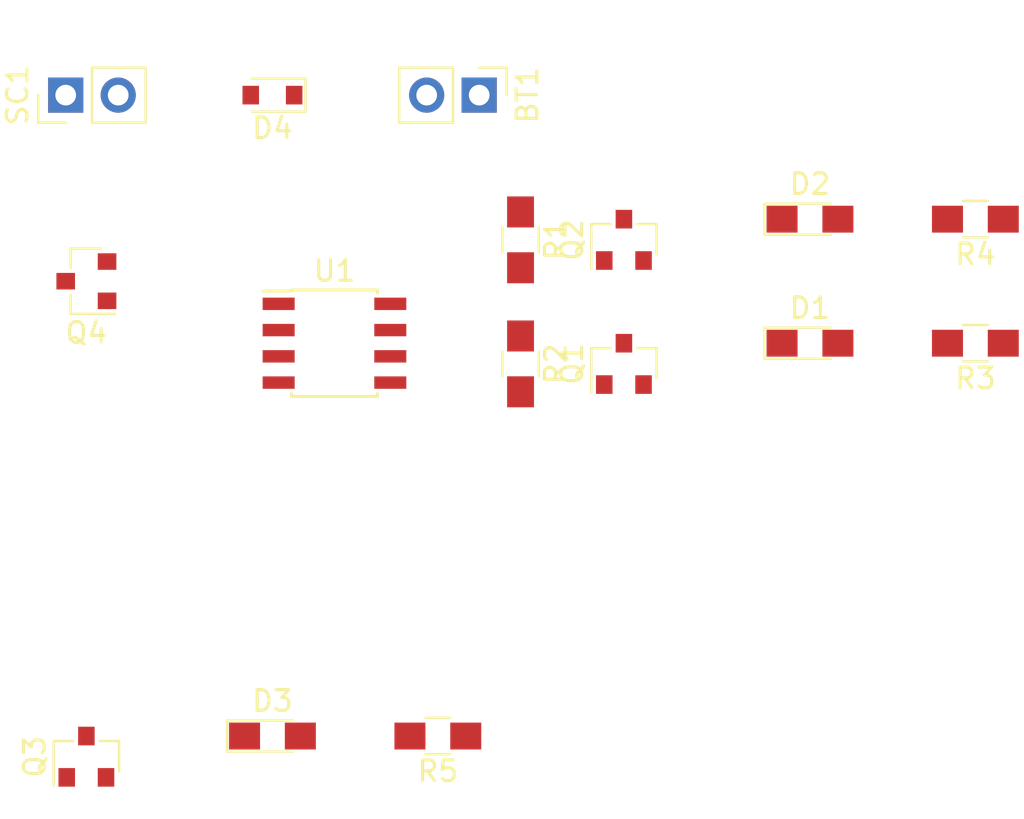
<source format=kicad_pcb>
(kicad_pcb (version 4) (host pcbnew 4.0.7)

  (general
    (links 26)
    (no_connects 26)
    (area 0 0 0 0)
    (thickness 1.6)
    (drawings 0)
    (tracks 0)
    (zones 0)
    (modules 16)
    (nets 14)
  )

  (page A4)
  (layers
    (0 F.Cu signal)
    (31 B.Cu signal)
    (32 B.Adhes user)
    (33 F.Adhes user)
    (34 B.Paste user)
    (35 F.Paste user)
    (36 B.SilkS user)
    (37 F.SilkS user)
    (38 B.Mask user)
    (39 F.Mask user)
    (40 Dwgs.User user)
    (41 Cmts.User user)
    (42 Eco1.User user)
    (43 Eco2.User user)
    (44 Edge.Cuts user)
    (45 Margin user)
    (46 B.CrtYd user)
    (47 F.CrtYd user)
    (48 B.Fab user)
    (49 F.Fab user)
  )

  (setup
    (last_trace_width 0.25)
    (trace_clearance 0.2)
    (zone_clearance 0.508)
    (zone_45_only no)
    (trace_min 0.2)
    (segment_width 0.2)
    (edge_width 0.15)
    (via_size 0.6)
    (via_drill 0.4)
    (via_min_size 0.4)
    (via_min_drill 0.3)
    (uvia_size 0.3)
    (uvia_drill 0.1)
    (uvias_allowed no)
    (uvia_min_size 0.2)
    (uvia_min_drill 0.1)
    (pcb_text_width 0.3)
    (pcb_text_size 1.5 1.5)
    (mod_edge_width 0.15)
    (mod_text_size 1 1)
    (mod_text_width 0.15)
    (pad_size 1.524 1.524)
    (pad_drill 0.762)
    (pad_to_mask_clearance 0.2)
    (aux_axis_origin 0 0)
    (visible_elements FFFFFF7F)
    (pcbplotparams
      (layerselection 0x00030_80000001)
      (usegerberextensions false)
      (excludeedgelayer true)
      (linewidth 0.100000)
      (plotframeref false)
      (viasonmask false)
      (mode 1)
      (useauxorigin false)
      (hpglpennumber 1)
      (hpglpenspeed 20)
      (hpglpendiameter 15)
      (hpglpenoverlay 2)
      (psnegative false)
      (psa4output false)
      (plotreference true)
      (plotvalue true)
      (plotinvisibletext false)
      (padsonsilk false)
      (subtractmaskfromsilk false)
      (outputformat 1)
      (mirror false)
      (drillshape 1)
      (scaleselection 1)
      (outputdirectory ""))
  )

  (net 0 "")
  (net 1 "Net-(D1-Pad1)")
  (net 2 "Net-(D1-Pad2)")
  (net 3 "Net-(D2-Pad1)")
  (net 4 "Net-(D2-Pad2)")
  (net 5 "Net-(D3-Pad1)")
  (net 6 "Net-(D3-Pad2)")
  (net 7 +BATT)
  (net 8 "Net-(D4-Pad2)")
  (net 9 /LEDA)
  (net 10 GND)
  (net 11 /LEDB)
  (net 12 /~SOLAR)
  (net 13 /VBatt_Divider)

  (net_class Default "This is the default net class."
    (clearance 0.2)
    (trace_width 0.25)
    (via_dia 0.6)
    (via_drill 0.4)
    (uvia_dia 0.3)
    (uvia_drill 0.1)
    (add_net +BATT)
    (add_net /LEDA)
    (add_net /LEDB)
    (add_net /VBatt_Divider)
    (add_net /~SOLAR)
    (add_net GND)
    (add_net "Net-(D1-Pad1)")
    (add_net "Net-(D1-Pad2)")
    (add_net "Net-(D2-Pad1)")
    (add_net "Net-(D2-Pad2)")
    (add_net "Net-(D3-Pad1)")
    (add_net "Net-(D3-Pad2)")
    (add_net "Net-(D4-Pad2)")
  )

  (module LEDs:LED_0805_HandSoldering (layer F.Cu) (tedit 595FCA25) (tstamp 5AC3ED84)
    (at 170 118)
    (descr "Resistor SMD 0805, hand soldering")
    (tags "resistor 0805")
    (path /5AC18C5F)
    (attr smd)
    (fp_text reference D1 (at 0 -1.7) (layer F.SilkS)
      (effects (font (size 1 1) (thickness 0.15)))
    )
    (fp_text value LED (at 0 1.75) (layer F.Fab)
      (effects (font (size 1 1) (thickness 0.15)))
    )
    (fp_line (start -0.4 -0.4) (end -0.4 0.4) (layer F.Fab) (width 0.1))
    (fp_line (start -0.4 0) (end 0.2 -0.4) (layer F.Fab) (width 0.1))
    (fp_line (start 0.2 0.4) (end -0.4 0) (layer F.Fab) (width 0.1))
    (fp_line (start 0.2 -0.4) (end 0.2 0.4) (layer F.Fab) (width 0.1))
    (fp_line (start -1 0.62) (end -1 -0.62) (layer F.Fab) (width 0.1))
    (fp_line (start 1 0.62) (end -1 0.62) (layer F.Fab) (width 0.1))
    (fp_line (start 1 -0.62) (end 1 0.62) (layer F.Fab) (width 0.1))
    (fp_line (start -1 -0.62) (end 1 -0.62) (layer F.Fab) (width 0.1))
    (fp_line (start 1 0.75) (end -2.2 0.75) (layer F.SilkS) (width 0.12))
    (fp_line (start -2.2 -0.75) (end 1 -0.75) (layer F.SilkS) (width 0.12))
    (fp_line (start -2.35 -0.9) (end 2.35 -0.9) (layer F.CrtYd) (width 0.05))
    (fp_line (start -2.35 -0.9) (end -2.35 0.9) (layer F.CrtYd) (width 0.05))
    (fp_line (start 2.35 0.9) (end 2.35 -0.9) (layer F.CrtYd) (width 0.05))
    (fp_line (start 2.35 0.9) (end -2.35 0.9) (layer F.CrtYd) (width 0.05))
    (fp_line (start -2.2 -0.75) (end -2.2 0.75) (layer F.SilkS) (width 0.12))
    (pad 1 smd rect (at -1.35 0) (size 1.5 1.3) (layers F.Cu F.Paste F.Mask)
      (net 1 "Net-(D1-Pad1)"))
    (pad 2 smd rect (at 1.35 0) (size 1.5 1.3) (layers F.Cu F.Paste F.Mask)
      (net 2 "Net-(D1-Pad2)"))
    (model ${KISYS3DMOD}/LEDs.3dshapes/LED_0805.wrl
      (at (xyz 0 0 0))
      (scale (xyz 1 1 1))
      (rotate (xyz 0 0 0))
    )
  )

  (module LEDs:LED_0805_HandSoldering (layer F.Cu) (tedit 595FCA25) (tstamp 5AC3ED8A)
    (at 170 112)
    (descr "Resistor SMD 0805, hand soldering")
    (tags "resistor 0805")
    (path /5AC18CB2)
    (attr smd)
    (fp_text reference D2 (at 0 -1.7) (layer F.SilkS)
      (effects (font (size 1 1) (thickness 0.15)))
    )
    (fp_text value LED (at 0 1.75) (layer F.Fab)
      (effects (font (size 1 1) (thickness 0.15)))
    )
    (fp_line (start -0.4 -0.4) (end -0.4 0.4) (layer F.Fab) (width 0.1))
    (fp_line (start -0.4 0) (end 0.2 -0.4) (layer F.Fab) (width 0.1))
    (fp_line (start 0.2 0.4) (end -0.4 0) (layer F.Fab) (width 0.1))
    (fp_line (start 0.2 -0.4) (end 0.2 0.4) (layer F.Fab) (width 0.1))
    (fp_line (start -1 0.62) (end -1 -0.62) (layer F.Fab) (width 0.1))
    (fp_line (start 1 0.62) (end -1 0.62) (layer F.Fab) (width 0.1))
    (fp_line (start 1 -0.62) (end 1 0.62) (layer F.Fab) (width 0.1))
    (fp_line (start -1 -0.62) (end 1 -0.62) (layer F.Fab) (width 0.1))
    (fp_line (start 1 0.75) (end -2.2 0.75) (layer F.SilkS) (width 0.12))
    (fp_line (start -2.2 -0.75) (end 1 -0.75) (layer F.SilkS) (width 0.12))
    (fp_line (start -2.35 -0.9) (end 2.35 -0.9) (layer F.CrtYd) (width 0.05))
    (fp_line (start -2.35 -0.9) (end -2.35 0.9) (layer F.CrtYd) (width 0.05))
    (fp_line (start 2.35 0.9) (end 2.35 -0.9) (layer F.CrtYd) (width 0.05))
    (fp_line (start 2.35 0.9) (end -2.35 0.9) (layer F.CrtYd) (width 0.05))
    (fp_line (start -2.2 -0.75) (end -2.2 0.75) (layer F.SilkS) (width 0.12))
    (pad 1 smd rect (at -1.35 0) (size 1.5 1.3) (layers F.Cu F.Paste F.Mask)
      (net 3 "Net-(D2-Pad1)"))
    (pad 2 smd rect (at 1.35 0) (size 1.5 1.3) (layers F.Cu F.Paste F.Mask)
      (net 4 "Net-(D2-Pad2)"))
    (model ${KISYS3DMOD}/LEDs.3dshapes/LED_0805.wrl
      (at (xyz 0 0 0))
      (scale (xyz 1 1 1))
      (rotate (xyz 0 0 0))
    )
  )

  (module LEDs:LED_0805_HandSoldering (layer F.Cu) (tedit 595FCA25) (tstamp 5AC3ED90)
    (at 144 137)
    (descr "Resistor SMD 0805, hand soldering")
    (tags "resistor 0805")
    (path /5AC3EE53)
    (attr smd)
    (fp_text reference D3 (at 0 -1.7) (layer F.SilkS)
      (effects (font (size 1 1) (thickness 0.15)))
    )
    (fp_text value LED (at 0 1.75) (layer F.Fab)
      (effects (font (size 1 1) (thickness 0.15)))
    )
    (fp_line (start -0.4 -0.4) (end -0.4 0.4) (layer F.Fab) (width 0.1))
    (fp_line (start -0.4 0) (end 0.2 -0.4) (layer F.Fab) (width 0.1))
    (fp_line (start 0.2 0.4) (end -0.4 0) (layer F.Fab) (width 0.1))
    (fp_line (start 0.2 -0.4) (end 0.2 0.4) (layer F.Fab) (width 0.1))
    (fp_line (start -1 0.62) (end -1 -0.62) (layer F.Fab) (width 0.1))
    (fp_line (start 1 0.62) (end -1 0.62) (layer F.Fab) (width 0.1))
    (fp_line (start 1 -0.62) (end 1 0.62) (layer F.Fab) (width 0.1))
    (fp_line (start -1 -0.62) (end 1 -0.62) (layer F.Fab) (width 0.1))
    (fp_line (start 1 0.75) (end -2.2 0.75) (layer F.SilkS) (width 0.12))
    (fp_line (start -2.2 -0.75) (end 1 -0.75) (layer F.SilkS) (width 0.12))
    (fp_line (start -2.35 -0.9) (end 2.35 -0.9) (layer F.CrtYd) (width 0.05))
    (fp_line (start -2.35 -0.9) (end -2.35 0.9) (layer F.CrtYd) (width 0.05))
    (fp_line (start 2.35 0.9) (end 2.35 -0.9) (layer F.CrtYd) (width 0.05))
    (fp_line (start 2.35 0.9) (end -2.35 0.9) (layer F.CrtYd) (width 0.05))
    (fp_line (start -2.2 -0.75) (end -2.2 0.75) (layer F.SilkS) (width 0.12))
    (pad 1 smd rect (at -1.35 0) (size 1.5 1.3) (layers F.Cu F.Paste F.Mask)
      (net 5 "Net-(D3-Pad1)"))
    (pad 2 smd rect (at 1.35 0) (size 1.5 1.3) (layers F.Cu F.Paste F.Mask)
      (net 6 "Net-(D3-Pad2)"))
    (model ${KISYS3DMOD}/LEDs.3dshapes/LED_0805.wrl
      (at (xyz 0 0 0))
      (scale (xyz 1 1 1))
      (rotate (xyz 0 0 0))
    )
  )

  (module Diodes_SMD:D_0805 (layer F.Cu) (tedit 590CE9A4) (tstamp 5AC3ED96)
    (at 144 106 180)
    (descr "Diode SMD in 0805 package http://datasheets.avx.com/schottky.pdf")
    (tags "smd diode")
    (path /5AC3F957)
    (attr smd)
    (fp_text reference D4 (at 0 -1.6 180) (layer F.SilkS)
      (effects (font (size 1 1) (thickness 0.15)))
    )
    (fp_text value D (at 0 1.7 180) (layer F.Fab)
      (effects (font (size 1 1) (thickness 0.15)))
    )
    (fp_text user %R (at 0 -1.6 180) (layer F.Fab)
      (effects (font (size 1 1) (thickness 0.15)))
    )
    (fp_line (start -1.6 -0.8) (end -1.6 0.8) (layer F.SilkS) (width 0.12))
    (fp_line (start -1.7 0.88) (end -1.7 -0.88) (layer F.CrtYd) (width 0.05))
    (fp_line (start 1.7 0.88) (end -1.7 0.88) (layer F.CrtYd) (width 0.05))
    (fp_line (start 1.7 -0.88) (end 1.7 0.88) (layer F.CrtYd) (width 0.05))
    (fp_line (start -1.7 -0.88) (end 1.7 -0.88) (layer F.CrtYd) (width 0.05))
    (fp_line (start 0.2 0) (end 0.4 0) (layer F.Fab) (width 0.1))
    (fp_line (start -0.1 0) (end -0.3 0) (layer F.Fab) (width 0.1))
    (fp_line (start -0.1 -0.2) (end -0.1 0.2) (layer F.Fab) (width 0.1))
    (fp_line (start 0.2 0.2) (end 0.2 -0.2) (layer F.Fab) (width 0.1))
    (fp_line (start -0.1 0) (end 0.2 0.2) (layer F.Fab) (width 0.1))
    (fp_line (start 0.2 -0.2) (end -0.1 0) (layer F.Fab) (width 0.1))
    (fp_line (start -1 0.65) (end -1 -0.65) (layer F.Fab) (width 0.1))
    (fp_line (start 1 0.65) (end -1 0.65) (layer F.Fab) (width 0.1))
    (fp_line (start 1 -0.65) (end 1 0.65) (layer F.Fab) (width 0.1))
    (fp_line (start -1 -0.65) (end 1 -0.65) (layer F.Fab) (width 0.1))
    (fp_line (start -1.6 0.8) (end 1 0.8) (layer F.SilkS) (width 0.12))
    (fp_line (start -1.6 -0.8) (end 1 -0.8) (layer F.SilkS) (width 0.12))
    (pad 1 smd rect (at -1.05 0 180) (size 0.8 0.9) (layers F.Cu F.Paste F.Mask)
      (net 7 +BATT))
    (pad 2 smd rect (at 1.05 0 180) (size 0.8 0.9) (layers F.Cu F.Paste F.Mask)
      (net 8 "Net-(D4-Pad2)"))
    (model ${KISYS3DMOD}/Diodes_SMD.3dshapes/D_0805.wrl
      (at (xyz 0 0 0))
      (scale (xyz 1 1 1))
      (rotate (xyz 0 0 0))
    )
  )

  (module TO_SOT_Packages_SMD:SOT-23 (layer F.Cu) (tedit 58CE4E7E) (tstamp 5AC3ED9D)
    (at 161 119 90)
    (descr "SOT-23, Standard")
    (tags SOT-23)
    (path /5AC18DC4)
    (attr smd)
    (fp_text reference Q1 (at 0 -2.5 90) (layer F.SilkS)
      (effects (font (size 1 1) (thickness 0.15)))
    )
    (fp_text value 2N7002 (at 0 2.5 90) (layer F.Fab)
      (effects (font (size 1 1) (thickness 0.15)))
    )
    (fp_text user %R (at 0 0 180) (layer F.Fab)
      (effects (font (size 0.5 0.5) (thickness 0.075)))
    )
    (fp_line (start -0.7 -0.95) (end -0.7 1.5) (layer F.Fab) (width 0.1))
    (fp_line (start -0.15 -1.52) (end 0.7 -1.52) (layer F.Fab) (width 0.1))
    (fp_line (start -0.7 -0.95) (end -0.15 -1.52) (layer F.Fab) (width 0.1))
    (fp_line (start 0.7 -1.52) (end 0.7 1.52) (layer F.Fab) (width 0.1))
    (fp_line (start -0.7 1.52) (end 0.7 1.52) (layer F.Fab) (width 0.1))
    (fp_line (start 0.76 1.58) (end 0.76 0.65) (layer F.SilkS) (width 0.12))
    (fp_line (start 0.76 -1.58) (end 0.76 -0.65) (layer F.SilkS) (width 0.12))
    (fp_line (start -1.7 -1.75) (end 1.7 -1.75) (layer F.CrtYd) (width 0.05))
    (fp_line (start 1.7 -1.75) (end 1.7 1.75) (layer F.CrtYd) (width 0.05))
    (fp_line (start 1.7 1.75) (end -1.7 1.75) (layer F.CrtYd) (width 0.05))
    (fp_line (start -1.7 1.75) (end -1.7 -1.75) (layer F.CrtYd) (width 0.05))
    (fp_line (start 0.76 -1.58) (end -1.4 -1.58) (layer F.SilkS) (width 0.12))
    (fp_line (start 0.76 1.58) (end -0.7 1.58) (layer F.SilkS) (width 0.12))
    (pad 1 smd rect (at -1 -0.95 90) (size 0.9 0.8) (layers F.Cu F.Paste F.Mask)
      (net 9 /LEDA))
    (pad 2 smd rect (at -1 0.95 90) (size 0.9 0.8) (layers F.Cu F.Paste F.Mask)
      (net 10 GND))
    (pad 3 smd rect (at 1 0 90) (size 0.9 0.8) (layers F.Cu F.Paste F.Mask)
      (net 1 "Net-(D1-Pad1)"))
    (model ${KISYS3DMOD}/TO_SOT_Packages_SMD.3dshapes/SOT-23.wrl
      (at (xyz 0 0 0))
      (scale (xyz 1 1 1))
      (rotate (xyz 0 0 0))
    )
  )

  (module TO_SOT_Packages_SMD:SOT-23 (layer F.Cu) (tedit 58CE4E7E) (tstamp 5AC3EDA4)
    (at 161 113 90)
    (descr "SOT-23, Standard")
    (tags SOT-23)
    (path /5AC18CD2)
    (attr smd)
    (fp_text reference Q2 (at 0 -2.5 90) (layer F.SilkS)
      (effects (font (size 1 1) (thickness 0.15)))
    )
    (fp_text value 2N7002 (at 0 2.5 90) (layer F.Fab)
      (effects (font (size 1 1) (thickness 0.15)))
    )
    (fp_text user %R (at 0 0 180) (layer F.Fab)
      (effects (font (size 0.5 0.5) (thickness 0.075)))
    )
    (fp_line (start -0.7 -0.95) (end -0.7 1.5) (layer F.Fab) (width 0.1))
    (fp_line (start -0.15 -1.52) (end 0.7 -1.52) (layer F.Fab) (width 0.1))
    (fp_line (start -0.7 -0.95) (end -0.15 -1.52) (layer F.Fab) (width 0.1))
    (fp_line (start 0.7 -1.52) (end 0.7 1.52) (layer F.Fab) (width 0.1))
    (fp_line (start -0.7 1.52) (end 0.7 1.52) (layer F.Fab) (width 0.1))
    (fp_line (start 0.76 1.58) (end 0.76 0.65) (layer F.SilkS) (width 0.12))
    (fp_line (start 0.76 -1.58) (end 0.76 -0.65) (layer F.SilkS) (width 0.12))
    (fp_line (start -1.7 -1.75) (end 1.7 -1.75) (layer F.CrtYd) (width 0.05))
    (fp_line (start 1.7 -1.75) (end 1.7 1.75) (layer F.CrtYd) (width 0.05))
    (fp_line (start 1.7 1.75) (end -1.7 1.75) (layer F.CrtYd) (width 0.05))
    (fp_line (start -1.7 1.75) (end -1.7 -1.75) (layer F.CrtYd) (width 0.05))
    (fp_line (start 0.76 -1.58) (end -1.4 -1.58) (layer F.SilkS) (width 0.12))
    (fp_line (start 0.76 1.58) (end -0.7 1.58) (layer F.SilkS) (width 0.12))
    (pad 1 smd rect (at -1 -0.95 90) (size 0.9 0.8) (layers F.Cu F.Paste F.Mask)
      (net 11 /LEDB))
    (pad 2 smd rect (at -1 0.95 90) (size 0.9 0.8) (layers F.Cu F.Paste F.Mask)
      (net 10 GND))
    (pad 3 smd rect (at 1 0 90) (size 0.9 0.8) (layers F.Cu F.Paste F.Mask)
      (net 3 "Net-(D2-Pad1)"))
    (model ${KISYS3DMOD}/TO_SOT_Packages_SMD.3dshapes/SOT-23.wrl
      (at (xyz 0 0 0))
      (scale (xyz 1 1 1))
      (rotate (xyz 0 0 0))
    )
  )

  (module TO_SOT_Packages_SMD:SOT-23 (layer F.Cu) (tedit 58CE4E7E) (tstamp 5AC3EDAB)
    (at 135 138 90)
    (descr "SOT-23, Standard")
    (tags SOT-23)
    (path /5AC3EE59)
    (attr smd)
    (fp_text reference Q3 (at 0 -2.5 90) (layer F.SilkS)
      (effects (font (size 1 1) (thickness 0.15)))
    )
    (fp_text value 2N7002 (at 0 2.5 90) (layer F.Fab)
      (effects (font (size 1 1) (thickness 0.15)))
    )
    (fp_text user %R (at 0 0 180) (layer F.Fab)
      (effects (font (size 0.5 0.5) (thickness 0.075)))
    )
    (fp_line (start -0.7 -0.95) (end -0.7 1.5) (layer F.Fab) (width 0.1))
    (fp_line (start -0.15 -1.52) (end 0.7 -1.52) (layer F.Fab) (width 0.1))
    (fp_line (start -0.7 -0.95) (end -0.15 -1.52) (layer F.Fab) (width 0.1))
    (fp_line (start 0.7 -1.52) (end 0.7 1.52) (layer F.Fab) (width 0.1))
    (fp_line (start -0.7 1.52) (end 0.7 1.52) (layer F.Fab) (width 0.1))
    (fp_line (start 0.76 1.58) (end 0.76 0.65) (layer F.SilkS) (width 0.12))
    (fp_line (start 0.76 -1.58) (end 0.76 -0.65) (layer F.SilkS) (width 0.12))
    (fp_line (start -1.7 -1.75) (end 1.7 -1.75) (layer F.CrtYd) (width 0.05))
    (fp_line (start 1.7 -1.75) (end 1.7 1.75) (layer F.CrtYd) (width 0.05))
    (fp_line (start 1.7 1.75) (end -1.7 1.75) (layer F.CrtYd) (width 0.05))
    (fp_line (start -1.7 1.75) (end -1.7 -1.75) (layer F.CrtYd) (width 0.05))
    (fp_line (start 0.76 -1.58) (end -1.4 -1.58) (layer F.SilkS) (width 0.12))
    (fp_line (start 0.76 1.58) (end -0.7 1.58) (layer F.SilkS) (width 0.12))
    (pad 1 smd rect (at -1 -0.95 90) (size 0.9 0.8) (layers F.Cu F.Paste F.Mask))
    (pad 2 smd rect (at -1 0.95 90) (size 0.9 0.8) (layers F.Cu F.Paste F.Mask)
      (net 10 GND))
    (pad 3 smd rect (at 1 0 90) (size 0.9 0.8) (layers F.Cu F.Paste F.Mask)
      (net 5 "Net-(D3-Pad1)"))
    (model ${KISYS3DMOD}/TO_SOT_Packages_SMD.3dshapes/SOT-23.wrl
      (at (xyz 0 0 0))
      (scale (xyz 1 1 1))
      (rotate (xyz 0 0 0))
    )
  )

  (module TO_SOT_Packages_SMD:SOT-23 (layer F.Cu) (tedit 58CE4E7E) (tstamp 5AC3EDB2)
    (at 135 115 180)
    (descr "SOT-23, Standard")
    (tags SOT-23)
    (path /5AC3F785)
    (attr smd)
    (fp_text reference Q4 (at 0 -2.5 180) (layer F.SilkS)
      (effects (font (size 1 1) (thickness 0.15)))
    )
    (fp_text value 2N7002 (at 0 2.5 180) (layer F.Fab)
      (effects (font (size 1 1) (thickness 0.15)))
    )
    (fp_text user %R (at 0 0 270) (layer F.Fab)
      (effects (font (size 0.5 0.5) (thickness 0.075)))
    )
    (fp_line (start -0.7 -0.95) (end -0.7 1.5) (layer F.Fab) (width 0.1))
    (fp_line (start -0.15 -1.52) (end 0.7 -1.52) (layer F.Fab) (width 0.1))
    (fp_line (start -0.7 -0.95) (end -0.15 -1.52) (layer F.Fab) (width 0.1))
    (fp_line (start 0.7 -1.52) (end 0.7 1.52) (layer F.Fab) (width 0.1))
    (fp_line (start -0.7 1.52) (end 0.7 1.52) (layer F.Fab) (width 0.1))
    (fp_line (start 0.76 1.58) (end 0.76 0.65) (layer F.SilkS) (width 0.12))
    (fp_line (start 0.76 -1.58) (end 0.76 -0.65) (layer F.SilkS) (width 0.12))
    (fp_line (start -1.7 -1.75) (end 1.7 -1.75) (layer F.CrtYd) (width 0.05))
    (fp_line (start 1.7 -1.75) (end 1.7 1.75) (layer F.CrtYd) (width 0.05))
    (fp_line (start 1.7 1.75) (end -1.7 1.75) (layer F.CrtYd) (width 0.05))
    (fp_line (start -1.7 1.75) (end -1.7 -1.75) (layer F.CrtYd) (width 0.05))
    (fp_line (start 0.76 -1.58) (end -1.4 -1.58) (layer F.SilkS) (width 0.12))
    (fp_line (start 0.76 1.58) (end -0.7 1.58) (layer F.SilkS) (width 0.12))
    (pad 1 smd rect (at -1 -0.95 180) (size 0.9 0.8) (layers F.Cu F.Paste F.Mask)
      (net 12 /~SOLAR))
    (pad 2 smd rect (at -1 0.95 180) (size 0.9 0.8) (layers F.Cu F.Paste F.Mask)
      (net 10 GND))
    (pad 3 smd rect (at 1 0 180) (size 0.9 0.8) (layers F.Cu F.Paste F.Mask)
      (net 8 "Net-(D4-Pad2)"))
    (model ${KISYS3DMOD}/TO_SOT_Packages_SMD.3dshapes/SOT-23.wrl
      (at (xyz 0 0 0))
      (scale (xyz 1 1 1))
      (rotate (xyz 0 0 0))
    )
  )

  (module Resistors_SMD:R_0805_HandSoldering (layer F.Cu) (tedit 58E0A804) (tstamp 5AC3EDB8)
    (at 156 113 270)
    (descr "Resistor SMD 0805, hand soldering")
    (tags "resistor 0805")
    (path /5AC3F2BB)
    (attr smd)
    (fp_text reference R1 (at 0 -1.7 270) (layer F.SilkS)
      (effects (font (size 1 1) (thickness 0.15)))
    )
    (fp_text value 287K (at 0 1.75 270) (layer F.Fab)
      (effects (font (size 1 1) (thickness 0.15)))
    )
    (fp_text user %R (at 0 0 270) (layer F.Fab)
      (effects (font (size 0.5 0.5) (thickness 0.075)))
    )
    (fp_line (start -1 0.62) (end -1 -0.62) (layer F.Fab) (width 0.1))
    (fp_line (start 1 0.62) (end -1 0.62) (layer F.Fab) (width 0.1))
    (fp_line (start 1 -0.62) (end 1 0.62) (layer F.Fab) (width 0.1))
    (fp_line (start -1 -0.62) (end 1 -0.62) (layer F.Fab) (width 0.1))
    (fp_line (start 0.6 0.88) (end -0.6 0.88) (layer F.SilkS) (width 0.12))
    (fp_line (start -0.6 -0.88) (end 0.6 -0.88) (layer F.SilkS) (width 0.12))
    (fp_line (start -2.35 -0.9) (end 2.35 -0.9) (layer F.CrtYd) (width 0.05))
    (fp_line (start -2.35 -0.9) (end -2.35 0.9) (layer F.CrtYd) (width 0.05))
    (fp_line (start 2.35 0.9) (end 2.35 -0.9) (layer F.CrtYd) (width 0.05))
    (fp_line (start 2.35 0.9) (end -2.35 0.9) (layer F.CrtYd) (width 0.05))
    (pad 1 smd rect (at -1.35 0 270) (size 1.5 1.3) (layers F.Cu F.Paste F.Mask)
      (net 7 +BATT))
    (pad 2 smd rect (at 1.35 0 270) (size 1.5 1.3) (layers F.Cu F.Paste F.Mask)
      (net 13 /VBatt_Divider))
    (model ${KISYS3DMOD}/Resistors_SMD.3dshapes/R_0805.wrl
      (at (xyz 0 0 0))
      (scale (xyz 1 1 1))
      (rotate (xyz 0 0 0))
    )
  )

  (module Resistors_SMD:R_0805_HandSoldering (layer F.Cu) (tedit 58E0A804) (tstamp 5AC3EDBE)
    (at 156 119 270)
    (descr "Resistor SMD 0805, hand soldering")
    (tags "resistor 0805")
    (path /5AC3F300)
    (attr smd)
    (fp_text reference R2 (at 0 -1.7 270) (layer F.SilkS)
      (effects (font (size 1 1) (thickness 0.15)))
    )
    (fp_text value 88.7K (at 0 1.75 270) (layer F.Fab)
      (effects (font (size 1 1) (thickness 0.15)))
    )
    (fp_text user %R (at 0 0 270) (layer F.Fab)
      (effects (font (size 0.5 0.5) (thickness 0.075)))
    )
    (fp_line (start -1 0.62) (end -1 -0.62) (layer F.Fab) (width 0.1))
    (fp_line (start 1 0.62) (end -1 0.62) (layer F.Fab) (width 0.1))
    (fp_line (start 1 -0.62) (end 1 0.62) (layer F.Fab) (width 0.1))
    (fp_line (start -1 -0.62) (end 1 -0.62) (layer F.Fab) (width 0.1))
    (fp_line (start 0.6 0.88) (end -0.6 0.88) (layer F.SilkS) (width 0.12))
    (fp_line (start -0.6 -0.88) (end 0.6 -0.88) (layer F.SilkS) (width 0.12))
    (fp_line (start -2.35 -0.9) (end 2.35 -0.9) (layer F.CrtYd) (width 0.05))
    (fp_line (start -2.35 -0.9) (end -2.35 0.9) (layer F.CrtYd) (width 0.05))
    (fp_line (start 2.35 0.9) (end 2.35 -0.9) (layer F.CrtYd) (width 0.05))
    (fp_line (start 2.35 0.9) (end -2.35 0.9) (layer F.CrtYd) (width 0.05))
    (pad 1 smd rect (at -1.35 0 270) (size 1.5 1.3) (layers F.Cu F.Paste F.Mask)
      (net 13 /VBatt_Divider))
    (pad 2 smd rect (at 1.35 0 270) (size 1.5 1.3) (layers F.Cu F.Paste F.Mask)
      (net 10 GND))
    (model ${KISYS3DMOD}/Resistors_SMD.3dshapes/R_0805.wrl
      (at (xyz 0 0 0))
      (scale (xyz 1 1 1))
      (rotate (xyz 0 0 0))
    )
  )

  (module Resistors_SMD:R_0805_HandSoldering (layer F.Cu) (tedit 58E0A804) (tstamp 5AC3EDC4)
    (at 178 118 180)
    (descr "Resistor SMD 0805, hand soldering")
    (tags "resistor 0805")
    (path /5AC3EC3C)
    (attr smd)
    (fp_text reference R3 (at 0 -1.7 180) (layer F.SilkS)
      (effects (font (size 1 1) (thickness 0.15)))
    )
    (fp_text value 10Ω (at 0 1.75 180) (layer F.Fab)
      (effects (font (size 1 1) (thickness 0.15)))
    )
    (fp_text user %R (at 0 0 180) (layer F.Fab)
      (effects (font (size 0.5 0.5) (thickness 0.075)))
    )
    (fp_line (start -1 0.62) (end -1 -0.62) (layer F.Fab) (width 0.1))
    (fp_line (start 1 0.62) (end -1 0.62) (layer F.Fab) (width 0.1))
    (fp_line (start 1 -0.62) (end 1 0.62) (layer F.Fab) (width 0.1))
    (fp_line (start -1 -0.62) (end 1 -0.62) (layer F.Fab) (width 0.1))
    (fp_line (start 0.6 0.88) (end -0.6 0.88) (layer F.SilkS) (width 0.12))
    (fp_line (start -0.6 -0.88) (end 0.6 -0.88) (layer F.SilkS) (width 0.12))
    (fp_line (start -2.35 -0.9) (end 2.35 -0.9) (layer F.CrtYd) (width 0.05))
    (fp_line (start -2.35 -0.9) (end -2.35 0.9) (layer F.CrtYd) (width 0.05))
    (fp_line (start 2.35 0.9) (end 2.35 -0.9) (layer F.CrtYd) (width 0.05))
    (fp_line (start 2.35 0.9) (end -2.35 0.9) (layer F.CrtYd) (width 0.05))
    (pad 1 smd rect (at -1.35 0 180) (size 1.5 1.3) (layers F.Cu F.Paste F.Mask)
      (net 7 +BATT))
    (pad 2 smd rect (at 1.35 0 180) (size 1.5 1.3) (layers F.Cu F.Paste F.Mask)
      (net 2 "Net-(D1-Pad2)"))
    (model ${KISYS3DMOD}/Resistors_SMD.3dshapes/R_0805.wrl
      (at (xyz 0 0 0))
      (scale (xyz 1 1 1))
      (rotate (xyz 0 0 0))
    )
  )

  (module Resistors_SMD:R_0805_HandSoldering (layer F.Cu) (tedit 58E0A804) (tstamp 5AC3EDCA)
    (at 178 112 180)
    (descr "Resistor SMD 0805, hand soldering")
    (tags "resistor 0805")
    (path /5AC3EC0E)
    (attr smd)
    (fp_text reference R4 (at 0 -1.7 180) (layer F.SilkS)
      (effects (font (size 1 1) (thickness 0.15)))
    )
    (fp_text value 10Ω (at 0 1.75 180) (layer F.Fab)
      (effects (font (size 1 1) (thickness 0.15)))
    )
    (fp_text user %R (at 0 0 180) (layer F.Fab)
      (effects (font (size 0.5 0.5) (thickness 0.075)))
    )
    (fp_line (start -1 0.62) (end -1 -0.62) (layer F.Fab) (width 0.1))
    (fp_line (start 1 0.62) (end -1 0.62) (layer F.Fab) (width 0.1))
    (fp_line (start 1 -0.62) (end 1 0.62) (layer F.Fab) (width 0.1))
    (fp_line (start -1 -0.62) (end 1 -0.62) (layer F.Fab) (width 0.1))
    (fp_line (start 0.6 0.88) (end -0.6 0.88) (layer F.SilkS) (width 0.12))
    (fp_line (start -0.6 -0.88) (end 0.6 -0.88) (layer F.SilkS) (width 0.12))
    (fp_line (start -2.35 -0.9) (end 2.35 -0.9) (layer F.CrtYd) (width 0.05))
    (fp_line (start -2.35 -0.9) (end -2.35 0.9) (layer F.CrtYd) (width 0.05))
    (fp_line (start 2.35 0.9) (end 2.35 -0.9) (layer F.CrtYd) (width 0.05))
    (fp_line (start 2.35 0.9) (end -2.35 0.9) (layer F.CrtYd) (width 0.05))
    (pad 1 smd rect (at -1.35 0 180) (size 1.5 1.3) (layers F.Cu F.Paste F.Mask)
      (net 7 +BATT))
    (pad 2 smd rect (at 1.35 0 180) (size 1.5 1.3) (layers F.Cu F.Paste F.Mask)
      (net 4 "Net-(D2-Pad2)"))
    (model ${KISYS3DMOD}/Resistors_SMD.3dshapes/R_0805.wrl
      (at (xyz 0 0 0))
      (scale (xyz 1 1 1))
      (rotate (xyz 0 0 0))
    )
  )

  (module Resistors_SMD:R_0805_HandSoldering (layer F.Cu) (tedit 58E0A804) (tstamp 5AC3EDD0)
    (at 152 137 180)
    (descr "Resistor SMD 0805, hand soldering")
    (tags "resistor 0805")
    (path /5AC3EE6C)
    (attr smd)
    (fp_text reference R5 (at 0 -1.7 180) (layer F.SilkS)
      (effects (font (size 1 1) (thickness 0.15)))
    )
    (fp_text value 10Ω (at 0 1.75 180) (layer F.Fab)
      (effects (font (size 1 1) (thickness 0.15)))
    )
    (fp_text user %R (at 0 0 180) (layer F.Fab)
      (effects (font (size 0.5 0.5) (thickness 0.075)))
    )
    (fp_line (start -1 0.62) (end -1 -0.62) (layer F.Fab) (width 0.1))
    (fp_line (start 1 0.62) (end -1 0.62) (layer F.Fab) (width 0.1))
    (fp_line (start 1 -0.62) (end 1 0.62) (layer F.Fab) (width 0.1))
    (fp_line (start -1 -0.62) (end 1 -0.62) (layer F.Fab) (width 0.1))
    (fp_line (start 0.6 0.88) (end -0.6 0.88) (layer F.SilkS) (width 0.12))
    (fp_line (start -0.6 -0.88) (end 0.6 -0.88) (layer F.SilkS) (width 0.12))
    (fp_line (start -2.35 -0.9) (end 2.35 -0.9) (layer F.CrtYd) (width 0.05))
    (fp_line (start -2.35 -0.9) (end -2.35 0.9) (layer F.CrtYd) (width 0.05))
    (fp_line (start 2.35 0.9) (end 2.35 -0.9) (layer F.CrtYd) (width 0.05))
    (fp_line (start 2.35 0.9) (end -2.35 0.9) (layer F.CrtYd) (width 0.05))
    (pad 1 smd rect (at -1.35 0 180) (size 1.5 1.3) (layers F.Cu F.Paste F.Mask)
      (net 7 +BATT))
    (pad 2 smd rect (at 1.35 0 180) (size 1.5 1.3) (layers F.Cu F.Paste F.Mask)
      (net 6 "Net-(D3-Pad2)"))
    (model ${KISYS3DMOD}/Resistors_SMD.3dshapes/R_0805.wrl
      (at (xyz 0 0 0))
      (scale (xyz 1 1 1))
      (rotate (xyz 0 0 0))
    )
  )

  (module Housings_SOIC:SOIC-8_3.9x4.9mm_Pitch1.27mm (layer F.Cu) (tedit 58CD0CDA) (tstamp 5AC3EDDC)
    (at 147 118)
    (descr "8-Lead Plastic Small Outline (SN) - Narrow, 3.90 mm Body [SOIC] (see Microchip Packaging Specification 00000049BS.pdf)")
    (tags "SOIC 1.27")
    (path /5AC18BE7)
    (attr smd)
    (fp_text reference U1 (at 0 -3.5) (layer F.SilkS)
      (effects (font (size 1 1) (thickness 0.15)))
    )
    (fp_text value ATTINY13-20SSU (at 0 3.5) (layer F.Fab)
      (effects (font (size 1 1) (thickness 0.15)))
    )
    (fp_text user %R (at 0 0) (layer F.Fab)
      (effects (font (size 1 1) (thickness 0.15)))
    )
    (fp_line (start -0.95 -2.45) (end 1.95 -2.45) (layer F.Fab) (width 0.1))
    (fp_line (start 1.95 -2.45) (end 1.95 2.45) (layer F.Fab) (width 0.1))
    (fp_line (start 1.95 2.45) (end -1.95 2.45) (layer F.Fab) (width 0.1))
    (fp_line (start -1.95 2.45) (end -1.95 -1.45) (layer F.Fab) (width 0.1))
    (fp_line (start -1.95 -1.45) (end -0.95 -2.45) (layer F.Fab) (width 0.1))
    (fp_line (start -3.73 -2.7) (end -3.73 2.7) (layer F.CrtYd) (width 0.05))
    (fp_line (start 3.73 -2.7) (end 3.73 2.7) (layer F.CrtYd) (width 0.05))
    (fp_line (start -3.73 -2.7) (end 3.73 -2.7) (layer F.CrtYd) (width 0.05))
    (fp_line (start -3.73 2.7) (end 3.73 2.7) (layer F.CrtYd) (width 0.05))
    (fp_line (start -2.075 -2.575) (end -2.075 -2.525) (layer F.SilkS) (width 0.15))
    (fp_line (start 2.075 -2.575) (end 2.075 -2.43) (layer F.SilkS) (width 0.15))
    (fp_line (start 2.075 2.575) (end 2.075 2.43) (layer F.SilkS) (width 0.15))
    (fp_line (start -2.075 2.575) (end -2.075 2.43) (layer F.SilkS) (width 0.15))
    (fp_line (start -2.075 -2.575) (end 2.075 -2.575) (layer F.SilkS) (width 0.15))
    (fp_line (start -2.075 2.575) (end 2.075 2.575) (layer F.SilkS) (width 0.15))
    (fp_line (start -2.075 -2.525) (end -3.475 -2.525) (layer F.SilkS) (width 0.15))
    (pad 1 smd rect (at -2.7 -1.905) (size 1.55 0.6) (layers F.Cu F.Paste F.Mask))
    (pad 2 smd rect (at -2.7 -0.635) (size 1.55 0.6) (layers F.Cu F.Paste F.Mask)
      (net 12 /~SOLAR))
    (pad 3 smd rect (at -2.7 0.635) (size 1.55 0.6) (layers F.Cu F.Paste F.Mask))
    (pad 4 smd rect (at -2.7 1.905) (size 1.55 0.6) (layers F.Cu F.Paste F.Mask)
      (net 10 GND))
    (pad 5 smd rect (at 2.7 1.905) (size 1.55 0.6) (layers F.Cu F.Paste F.Mask)
      (net 9 /LEDA))
    (pad 6 smd rect (at 2.7 0.635) (size 1.55 0.6) (layers F.Cu F.Paste F.Mask)
      (net 11 /LEDB))
    (pad 7 smd rect (at 2.7 -0.635) (size 1.55 0.6) (layers F.Cu F.Paste F.Mask)
      (net 13 /VBatt_Divider))
    (pad 8 smd rect (at 2.7 -1.905) (size 1.55 0.6) (layers F.Cu F.Paste F.Mask)
      (net 7 +BATT))
    (model ${KISYS3DMOD}/Housings_SOIC.3dshapes/SOIC-8_3.9x4.9mm_Pitch1.27mm.wrl
      (at (xyz 0 0 0))
      (scale (xyz 1 1 1))
      (rotate (xyz 0 0 0))
    )
  )

  (module Socket_Strips:Socket_Strip_Straight_1x02_Pitch2.54mm (layer F.Cu) (tedit 58CD5446) (tstamp 5ACAA256)
    (at 154 106 270)
    (descr "Through hole straight socket strip, 1x02, 2.54mm pitch, single row")
    (tags "Through hole socket strip THT 1x02 2.54mm single row")
    (path /5AC3FE13)
    (fp_text reference BT1 (at 0 -2.33 270) (layer F.SilkS)
      (effects (font (size 1 1) (thickness 0.15)))
    )
    (fp_text value Battery_Cell (at 0 4.87 270) (layer F.Fab)
      (effects (font (size 1 1) (thickness 0.15)))
    )
    (fp_line (start -1.27 -1.27) (end -1.27 3.81) (layer F.Fab) (width 0.1))
    (fp_line (start -1.27 3.81) (end 1.27 3.81) (layer F.Fab) (width 0.1))
    (fp_line (start 1.27 3.81) (end 1.27 -1.27) (layer F.Fab) (width 0.1))
    (fp_line (start 1.27 -1.27) (end -1.27 -1.27) (layer F.Fab) (width 0.1))
    (fp_line (start -1.33 1.27) (end -1.33 3.87) (layer F.SilkS) (width 0.12))
    (fp_line (start -1.33 3.87) (end 1.33 3.87) (layer F.SilkS) (width 0.12))
    (fp_line (start 1.33 3.87) (end 1.33 1.27) (layer F.SilkS) (width 0.12))
    (fp_line (start 1.33 1.27) (end -1.33 1.27) (layer F.SilkS) (width 0.12))
    (fp_line (start -1.33 0) (end -1.33 -1.33) (layer F.SilkS) (width 0.12))
    (fp_line (start -1.33 -1.33) (end 0 -1.33) (layer F.SilkS) (width 0.12))
    (fp_line (start -1.8 -1.8) (end -1.8 4.35) (layer F.CrtYd) (width 0.05))
    (fp_line (start -1.8 4.35) (end 1.8 4.35) (layer F.CrtYd) (width 0.05))
    (fp_line (start 1.8 4.35) (end 1.8 -1.8) (layer F.CrtYd) (width 0.05))
    (fp_line (start 1.8 -1.8) (end -1.8 -1.8) (layer F.CrtYd) (width 0.05))
    (fp_text user %R (at 0 -2.33 270) (layer F.Fab)
      (effects (font (size 1 1) (thickness 0.15)))
    )
    (pad 1 thru_hole rect (at 0 0 270) (size 1.7 1.7) (drill 1) (layers *.Cu *.Mask)
      (net 7 +BATT))
    (pad 2 thru_hole oval (at 0 2.54 270) (size 1.7 1.7) (drill 1) (layers *.Cu *.Mask)
      (net 10 GND))
    (model ${KISYS3DMOD}/Socket_Strips.3dshapes/Socket_Strip_Straight_1x02_Pitch2.54mm.wrl
      (at (xyz 0 -0.05 0))
      (scale (xyz 1 1 1))
      (rotate (xyz 0 0 270))
    )
  )

  (module Socket_Strips:Socket_Strip_Straight_1x02_Pitch2.54mm (layer F.Cu) (tedit 58CD5446) (tstamp 5ACAA25C)
    (at 134 106 90)
    (descr "Through hole straight socket strip, 1x02, 2.54mm pitch, single row")
    (tags "Through hole socket strip THT 1x02 2.54mm single row")
    (path /5AC3F562)
    (fp_text reference SC1 (at 0 -2.33 90) (layer F.SilkS)
      (effects (font (size 1 1) (thickness 0.15)))
    )
    (fp_text value Solar_Cell (at 0 4.87 90) (layer F.Fab)
      (effects (font (size 1 1) (thickness 0.15)))
    )
    (fp_line (start -1.27 -1.27) (end -1.27 3.81) (layer F.Fab) (width 0.1))
    (fp_line (start -1.27 3.81) (end 1.27 3.81) (layer F.Fab) (width 0.1))
    (fp_line (start 1.27 3.81) (end 1.27 -1.27) (layer F.Fab) (width 0.1))
    (fp_line (start 1.27 -1.27) (end -1.27 -1.27) (layer F.Fab) (width 0.1))
    (fp_line (start -1.33 1.27) (end -1.33 3.87) (layer F.SilkS) (width 0.12))
    (fp_line (start -1.33 3.87) (end 1.33 3.87) (layer F.SilkS) (width 0.12))
    (fp_line (start 1.33 3.87) (end 1.33 1.27) (layer F.SilkS) (width 0.12))
    (fp_line (start 1.33 1.27) (end -1.33 1.27) (layer F.SilkS) (width 0.12))
    (fp_line (start -1.33 0) (end -1.33 -1.33) (layer F.SilkS) (width 0.12))
    (fp_line (start -1.33 -1.33) (end 0 -1.33) (layer F.SilkS) (width 0.12))
    (fp_line (start -1.8 -1.8) (end -1.8 4.35) (layer F.CrtYd) (width 0.05))
    (fp_line (start -1.8 4.35) (end 1.8 4.35) (layer F.CrtYd) (width 0.05))
    (fp_line (start 1.8 4.35) (end 1.8 -1.8) (layer F.CrtYd) (width 0.05))
    (fp_line (start 1.8 -1.8) (end -1.8 -1.8) (layer F.CrtYd) (width 0.05))
    (fp_text user %R (at 0 -2.33 90) (layer F.Fab)
      (effects (font (size 1 1) (thickness 0.15)))
    )
    (pad 1 thru_hole rect (at 0 0 90) (size 1.7 1.7) (drill 1) (layers *.Cu *.Mask)
      (net 8 "Net-(D4-Pad2)"))
    (pad 2 thru_hole oval (at 0 2.54 90) (size 1.7 1.7) (drill 1) (layers *.Cu *.Mask)
      (net 10 GND))
    (model ${KISYS3DMOD}/Socket_Strips.3dshapes/Socket_Strip_Straight_1x02_Pitch2.54mm.wrl
      (at (xyz 0 -0.05 0))
      (scale (xyz 1 1 1))
      (rotate (xyz 0 0 270))
    )
  )

)

</source>
